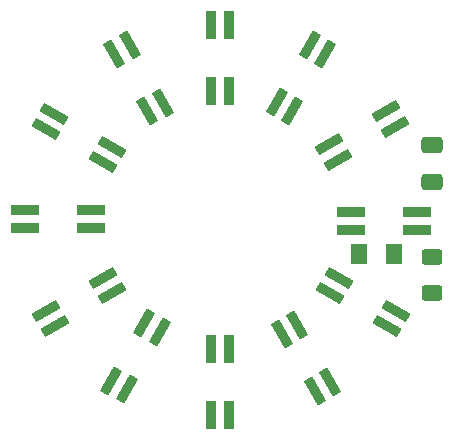
<source format=gbr>
%TF.GenerationSoftware,KiCad,Pcbnew,(6.0.2)*%
%TF.CreationDate,2022-04-21T21:08:16+10:00*%
%TF.ProjectId,adapter,61646170-7465-4722-9e6b-696361645f70,1.2*%
%TF.SameCoordinates,Original*%
%TF.FileFunction,Paste,Bot*%
%TF.FilePolarity,Positive*%
%FSLAX46Y46*%
G04 Gerber Fmt 4.6, Leading zero omitted, Abs format (unit mm)*
G04 Created by KiCad (PCBNEW (6.0.2)) date 2022-04-21 21:08:16*
%MOMM*%
%LPD*%
G01*
G04 APERTURE LIST*
G04 Aperture macros list*
%AMRoundRect*
0 Rectangle with rounded corners*
0 $1 Rounding radius*
0 $2 $3 $4 $5 $6 $7 $8 $9 X,Y pos of 4 corners*
0 Add a 4 corners polygon primitive as box body*
4,1,4,$2,$3,$4,$5,$6,$7,$8,$9,$2,$3,0*
0 Add four circle primitives for the rounded corners*
1,1,$1+$1,$2,$3*
1,1,$1+$1,$4,$5*
1,1,$1+$1,$6,$7*
1,1,$1+$1,$8,$9*
0 Add four rect primitives between the rounded corners*
20,1,$1+$1,$2,$3,$4,$5,0*
20,1,$1+$1,$4,$5,$6,$7,0*
20,1,$1+$1,$6,$7,$8,$9,0*
20,1,$1+$1,$8,$9,$2,$3,0*%
%AMRotRect*
0 Rectangle, with rotation*
0 The origin of the aperture is its center*
0 $1 length*
0 $2 width*
0 $3 Rotation angle, in degrees counterclockwise*
0 Add horizontal line*
21,1,$1,$2,0,0,$3*%
G04 Aperture macros list end*
%ADD10RotRect,2.400000X0.820000X210.000000*%
%ADD11RotRect,2.400000X0.820000X30.000000*%
%ADD12RotRect,2.400000X0.820000X240.000000*%
%ADD13RoundRect,0.250000X-0.650000X0.412500X-0.650000X-0.412500X0.650000X-0.412500X0.650000X0.412500X0*%
%ADD14RotRect,2.400000X0.820000X150.000000*%
%ADD15RotRect,2.400000X0.820000X120.000000*%
%ADD16RotRect,2.400000X0.820000X60.000000*%
%ADD17R,2.400000X0.820000*%
%ADD18RoundRect,0.250001X0.462499X0.624999X-0.462499X0.624999X-0.462499X-0.624999X0.462499X-0.624999X0*%
%ADD19R,0.820000X2.400000*%
%ADD20RotRect,2.400000X0.820000X300.000000*%
%ADD21RoundRect,0.250000X-0.625000X0.400000X-0.625000X-0.400000X0.625000X-0.400000X0.625000X0.400000X0*%
%ADD22RotRect,2.400000X0.820000X330.000000*%
G04 APERTURE END LIST*
D10*
%TO.C,D12*%
X43213871Y-49857519D03*
X38364129Y-52657519D03*
X37614129Y-51358481D03*
X42463871Y-48558481D03*
%TD*%
D11*
%TO.C,D3*%
X61575129Y-37250481D03*
X66424871Y-34450481D03*
X67174871Y-35749519D03*
X62325129Y-38549519D03*
%TD*%
D12*
%TO.C,D7*%
X47249519Y-53150129D03*
X44449519Y-57999871D03*
X43150481Y-57249871D03*
X45950481Y-52400129D03*
%TD*%
D13*
%TO.C,C1*%
X70289000Y-37291500D03*
X70289000Y-40416500D03*
%TD*%
D14*
%TO.C,D6*%
X42436233Y-38749519D03*
X37586491Y-35949519D03*
X38336491Y-34650481D03*
X43186233Y-37450481D03*
%TD*%
D15*
%TO.C,D4*%
X46199728Y-34460871D03*
X43399728Y-29611129D03*
X44698766Y-28861129D03*
X47498766Y-33710871D03*
%TD*%
D16*
%TO.C,D5*%
X57150481Y-33699871D03*
X59950481Y-28850129D03*
X61249519Y-29600129D03*
X58449519Y-34449871D03*
%TD*%
D17*
%TO.C,D10*%
X41439000Y-44308000D03*
X35839000Y-44308000D03*
X35839000Y-42808000D03*
X41439000Y-42808000D03*
%TD*%
D18*
%TO.C,Dcol1*%
X67110000Y-46557000D03*
X64135000Y-46557000D03*
%TD*%
D19*
%TO.C,D2*%
X51572000Y-32700000D03*
X51572000Y-27100000D03*
X53072000Y-27100000D03*
X53072000Y-32700000D03*
%TD*%
D20*
%TO.C,D9*%
X58874519Y-52550129D03*
X61674519Y-57399871D03*
X60375481Y-58149871D03*
X57575481Y-53300129D03*
%TD*%
D17*
%TO.C,D1*%
X63450000Y-43000000D03*
X69050000Y-43000000D03*
X69050000Y-44500000D03*
X63450000Y-44500000D03*
%TD*%
D19*
%TO.C,D8*%
X53072000Y-54590000D03*
X53072000Y-60190000D03*
X51572000Y-60190000D03*
X51572000Y-54590000D03*
%TD*%
D21*
%TO.C,R1*%
X70289000Y-46747000D03*
X70289000Y-49847000D03*
%TD*%
D22*
%TO.C,D11*%
X62413767Y-48550481D03*
X67263509Y-51350481D03*
X66513509Y-52649519D03*
X61663767Y-49849519D03*
%TD*%
M02*

</source>
